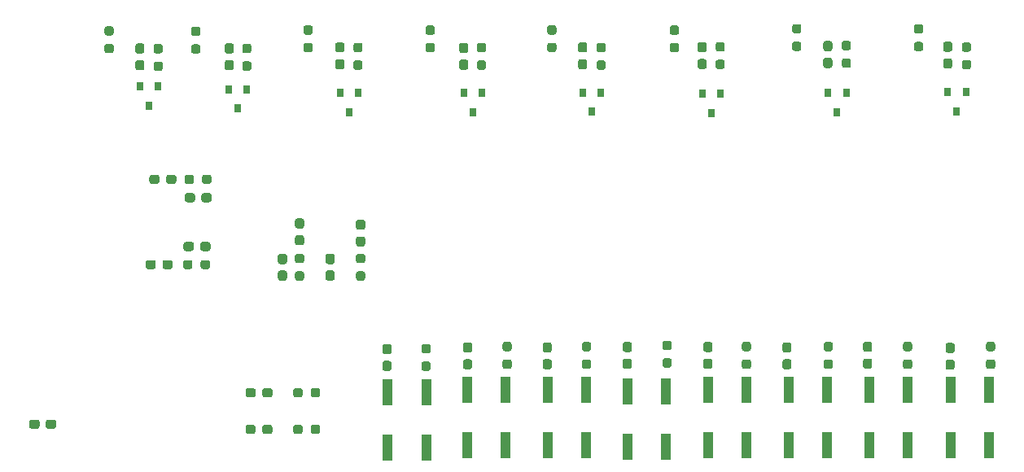
<source format=gbr>
%TF.GenerationSoftware,KiCad,Pcbnew,(5.1.10)-1*%
%TF.CreationDate,2021-12-04T20:09:58-06:00*%
%TF.ProjectId,GimbalBoard_Hardware,47696d62-616c-4426-9f61-72645f486172,rev?*%
%TF.SameCoordinates,Original*%
%TF.FileFunction,Paste,Top*%
%TF.FilePolarity,Positive*%
%FSLAX46Y46*%
G04 Gerber Fmt 4.6, Leading zero omitted, Abs format (unit mm)*
G04 Created by KiCad (PCBNEW (5.1.10)-1) date 2021-12-04 20:09:58*
%MOMM*%
%LPD*%
G01*
G04 APERTURE LIST*
%ADD10R,1.000000X2.750000*%
%ADD11R,0.800000X0.900000*%
G04 APERTURE END LIST*
D10*
%TO.C,SW1*%
X145916400Y-86065720D03*
X145916400Y-91825720D03*
X141916400Y-91825720D03*
X141916400Y-86065720D03*
%TD*%
%TO.C,C5*%
G36*
G01*
X48846100Y-89373700D02*
X48846100Y-89848700D01*
G75*
G02*
X48608600Y-90086200I-237500J0D01*
G01*
X48008600Y-90086200D01*
G75*
G02*
X47771100Y-89848700I0J237500D01*
G01*
X47771100Y-89373700D01*
G75*
G02*
X48008600Y-89136200I237500J0D01*
G01*
X48608600Y-89136200D01*
G75*
G02*
X48846100Y-89373700I0J-237500D01*
G01*
G37*
G36*
G01*
X47121100Y-89373700D02*
X47121100Y-89848700D01*
G75*
G02*
X46883600Y-90086200I-237500J0D01*
G01*
X46283600Y-90086200D01*
G75*
G02*
X46046100Y-89848700I0J237500D01*
G01*
X46046100Y-89373700D01*
G75*
G02*
X46283600Y-89136200I237500J0D01*
G01*
X46883600Y-89136200D01*
G75*
G02*
X47121100Y-89373700I0J-237500D01*
G01*
G37*
%TD*%
%TO.C,SW8*%
X87344000Y-86274000D03*
X87344000Y-92034000D03*
X83344000Y-92034000D03*
X83344000Y-86274000D03*
%TD*%
%TO.C,SW7*%
X95624400Y-86065720D03*
X95624400Y-91825720D03*
X91624400Y-91825720D03*
X91624400Y-86065720D03*
%TD*%
%TO.C,SW6*%
X104006400Y-86065720D03*
X104006400Y-91825720D03*
X100006400Y-91825720D03*
X100006400Y-86065720D03*
%TD*%
%TO.C,SW5*%
X112261400Y-86192720D03*
X112261400Y-91952720D03*
X108261400Y-91952720D03*
X108261400Y-86192720D03*
%TD*%
%TO.C,SW4*%
X116643400Y-86065720D03*
X116643400Y-91825720D03*
X120643400Y-91825720D03*
X120643400Y-86065720D03*
%TD*%
%TO.C,SW3*%
X129025400Y-86065720D03*
X129025400Y-91825720D03*
X125025400Y-91825720D03*
X125025400Y-86065720D03*
%TD*%
%TO.C,SW2*%
X137407400Y-86065720D03*
X137407400Y-91825720D03*
X133407400Y-91825720D03*
X133407400Y-86065720D03*
%TD*%
%TO.C,R32*%
G36*
G01*
X80001100Y-49933400D02*
X80476100Y-49933400D01*
G75*
G02*
X80713600Y-50170900I0J-237500D01*
G01*
X80713600Y-50670900D01*
G75*
G02*
X80476100Y-50908400I-237500J0D01*
G01*
X80001100Y-50908400D01*
G75*
G02*
X79763600Y-50670900I0J237500D01*
G01*
X79763600Y-50170900D01*
G75*
G02*
X80001100Y-49933400I237500J0D01*
G01*
G37*
G36*
G01*
X80001100Y-51758400D02*
X80476100Y-51758400D01*
G75*
G02*
X80713600Y-51995900I0J-237500D01*
G01*
X80713600Y-52495900D01*
G75*
G02*
X80476100Y-52733400I-237500J0D01*
G01*
X80001100Y-52733400D01*
G75*
G02*
X79763600Y-52495900I0J237500D01*
G01*
X79763600Y-51995900D01*
G75*
G02*
X80001100Y-51758400I237500J0D01*
G01*
G37*
%TD*%
%TO.C,R31*%
G36*
G01*
X92853500Y-49933400D02*
X93328500Y-49933400D01*
G75*
G02*
X93566000Y-50170900I0J-237500D01*
G01*
X93566000Y-50670900D01*
G75*
G02*
X93328500Y-50908400I-237500J0D01*
G01*
X92853500Y-50908400D01*
G75*
G02*
X92616000Y-50670900I0J237500D01*
G01*
X92616000Y-50170900D01*
G75*
G02*
X92853500Y-49933400I237500J0D01*
G01*
G37*
G36*
G01*
X92853500Y-51758400D02*
X93328500Y-51758400D01*
G75*
G02*
X93566000Y-51995900I0J-237500D01*
G01*
X93566000Y-52495900D01*
G75*
G02*
X93328500Y-52733400I-237500J0D01*
G01*
X92853500Y-52733400D01*
G75*
G02*
X92616000Y-52495900I0J237500D01*
G01*
X92616000Y-51995900D01*
G75*
G02*
X92853500Y-51758400I237500J0D01*
G01*
G37*
%TD*%
%TO.C,R30*%
G36*
G01*
X105299500Y-49933400D02*
X105774500Y-49933400D01*
G75*
G02*
X106012000Y-50170900I0J-237500D01*
G01*
X106012000Y-50670900D01*
G75*
G02*
X105774500Y-50908400I-237500J0D01*
G01*
X105299500Y-50908400D01*
G75*
G02*
X105062000Y-50670900I0J237500D01*
G01*
X105062000Y-50170900D01*
G75*
G02*
X105299500Y-49933400I237500J0D01*
G01*
G37*
G36*
G01*
X105299500Y-51758400D02*
X105774500Y-51758400D01*
G75*
G02*
X106012000Y-51995900I0J-237500D01*
G01*
X106012000Y-52495900D01*
G75*
G02*
X105774500Y-52733400I-237500J0D01*
G01*
X105299500Y-52733400D01*
G75*
G02*
X105062000Y-52495900I0J237500D01*
G01*
X105062000Y-51995900D01*
G75*
G02*
X105299500Y-51758400I237500J0D01*
G01*
G37*
%TD*%
%TO.C,R29*%
G36*
G01*
X117682000Y-49857200D02*
X118157000Y-49857200D01*
G75*
G02*
X118394500Y-50094700I0J-237500D01*
G01*
X118394500Y-50594700D01*
G75*
G02*
X118157000Y-50832200I-237500J0D01*
G01*
X117682000Y-50832200D01*
G75*
G02*
X117444500Y-50594700I0J237500D01*
G01*
X117444500Y-50094700D01*
G75*
G02*
X117682000Y-49857200I237500J0D01*
G01*
G37*
G36*
G01*
X117682000Y-51682200D02*
X118157000Y-51682200D01*
G75*
G02*
X118394500Y-51919700I0J-237500D01*
G01*
X118394500Y-52419700D01*
G75*
G02*
X118157000Y-52657200I-237500J0D01*
G01*
X117682000Y-52657200D01*
G75*
G02*
X117444500Y-52419700I0J237500D01*
G01*
X117444500Y-51919700D01*
G75*
G02*
X117682000Y-51682200I237500J0D01*
G01*
G37*
%TD*%
%TO.C,R28*%
G36*
G01*
X130801100Y-49730200D02*
X131276100Y-49730200D01*
G75*
G02*
X131513600Y-49967700I0J-237500D01*
G01*
X131513600Y-50467700D01*
G75*
G02*
X131276100Y-50705200I-237500J0D01*
G01*
X130801100Y-50705200D01*
G75*
G02*
X130563600Y-50467700I0J237500D01*
G01*
X130563600Y-49967700D01*
G75*
G02*
X130801100Y-49730200I237500J0D01*
G01*
G37*
G36*
G01*
X130801100Y-51555200D02*
X131276100Y-51555200D01*
G75*
G02*
X131513600Y-51792700I0J-237500D01*
G01*
X131513600Y-52292700D01*
G75*
G02*
X131276100Y-52530200I-237500J0D01*
G01*
X130801100Y-52530200D01*
G75*
G02*
X130563600Y-52292700I0J237500D01*
G01*
X130563600Y-51792700D01*
G75*
G02*
X130801100Y-51555200I237500J0D01*
G01*
G37*
%TD*%
%TO.C,R27*%
G36*
G01*
X143297900Y-49882600D02*
X143772900Y-49882600D01*
G75*
G02*
X144010400Y-50120100I0J-237500D01*
G01*
X144010400Y-50620100D01*
G75*
G02*
X143772900Y-50857600I-237500J0D01*
G01*
X143297900Y-50857600D01*
G75*
G02*
X143060400Y-50620100I0J237500D01*
G01*
X143060400Y-50120100D01*
G75*
G02*
X143297900Y-49882600I237500J0D01*
G01*
G37*
G36*
G01*
X143297900Y-51707600D02*
X143772900Y-51707600D01*
G75*
G02*
X144010400Y-51945100I0J-237500D01*
G01*
X144010400Y-52445100D01*
G75*
G02*
X143772900Y-52682600I-237500J0D01*
G01*
X143297900Y-52682600D01*
G75*
G02*
X143060400Y-52445100I0J237500D01*
G01*
X143060400Y-51945100D01*
G75*
G02*
X143297900Y-51707600I237500J0D01*
G01*
G37*
%TD*%
%TO.C,R26*%
G36*
G01*
X68444100Y-51858100D02*
X68919100Y-51858100D01*
G75*
G02*
X69156600Y-52095600I0J-237500D01*
G01*
X69156600Y-52595600D01*
G75*
G02*
X68919100Y-52833100I-237500J0D01*
G01*
X68444100Y-52833100D01*
G75*
G02*
X68206600Y-52595600I0J237500D01*
G01*
X68206600Y-52095600D01*
G75*
G02*
X68444100Y-51858100I237500J0D01*
G01*
G37*
G36*
G01*
X68444100Y-50033100D02*
X68919100Y-50033100D01*
G75*
G02*
X69156600Y-50270600I0J-237500D01*
G01*
X69156600Y-50770600D01*
G75*
G02*
X68919100Y-51008100I-237500J0D01*
G01*
X68444100Y-51008100D01*
G75*
G02*
X68206600Y-50770600I0J237500D01*
G01*
X68206600Y-50270600D01*
G75*
G02*
X68444100Y-50033100I237500J0D01*
G01*
G37*
%TD*%
%TO.C,R25*%
G36*
G01*
X59223900Y-51874600D02*
X59698900Y-51874600D01*
G75*
G02*
X59936400Y-52112100I0J-237500D01*
G01*
X59936400Y-52612100D01*
G75*
G02*
X59698900Y-52849600I-237500J0D01*
G01*
X59223900Y-52849600D01*
G75*
G02*
X58986400Y-52612100I0J237500D01*
G01*
X58986400Y-52112100D01*
G75*
G02*
X59223900Y-51874600I237500J0D01*
G01*
G37*
G36*
G01*
X59223900Y-50049600D02*
X59698900Y-50049600D01*
G75*
G02*
X59936400Y-50287100I0J-237500D01*
G01*
X59936400Y-50787100D01*
G75*
G02*
X59698900Y-51024600I-237500J0D01*
G01*
X59223900Y-51024600D01*
G75*
G02*
X58986400Y-50787100I0J237500D01*
G01*
X58986400Y-50287100D01*
G75*
G02*
X59223900Y-50049600I237500J0D01*
G01*
G37*
%TD*%
%TO.C,R24*%
G36*
G01*
X74819500Y-48106500D02*
X75294500Y-48106500D01*
G75*
G02*
X75532000Y-48344000I0J-237500D01*
G01*
X75532000Y-48844000D01*
G75*
G02*
X75294500Y-49081500I-237500J0D01*
G01*
X74819500Y-49081500D01*
G75*
G02*
X74582000Y-48844000I0J237500D01*
G01*
X74582000Y-48344000D01*
G75*
G02*
X74819500Y-48106500I237500J0D01*
G01*
G37*
G36*
G01*
X74819500Y-49931500D02*
X75294500Y-49931500D01*
G75*
G02*
X75532000Y-50169000I0J-237500D01*
G01*
X75532000Y-50669000D01*
G75*
G02*
X75294500Y-50906500I-237500J0D01*
G01*
X74819500Y-50906500D01*
G75*
G02*
X74582000Y-50669000I0J237500D01*
G01*
X74582000Y-50169000D01*
G75*
G02*
X74819500Y-49931500I237500J0D01*
G01*
G37*
%TD*%
%TO.C,R23*%
G36*
G01*
X87519500Y-48130000D02*
X87994500Y-48130000D01*
G75*
G02*
X88232000Y-48367500I0J-237500D01*
G01*
X88232000Y-48867500D01*
G75*
G02*
X87994500Y-49105000I-237500J0D01*
G01*
X87519500Y-49105000D01*
G75*
G02*
X87282000Y-48867500I0J237500D01*
G01*
X87282000Y-48367500D01*
G75*
G02*
X87519500Y-48130000I237500J0D01*
G01*
G37*
G36*
G01*
X87519500Y-49955000D02*
X87994500Y-49955000D01*
G75*
G02*
X88232000Y-50192500I0J-237500D01*
G01*
X88232000Y-50692500D01*
G75*
G02*
X87994500Y-50930000I-237500J0D01*
G01*
X87519500Y-50930000D01*
G75*
G02*
X87282000Y-50692500I0J237500D01*
G01*
X87282000Y-50192500D01*
G75*
G02*
X87519500Y-49955000I237500J0D01*
G01*
G37*
%TD*%
%TO.C,R22*%
G36*
G01*
X100168700Y-49929600D02*
X100643700Y-49929600D01*
G75*
G02*
X100881200Y-50167100I0J-237500D01*
G01*
X100881200Y-50667100D01*
G75*
G02*
X100643700Y-50904600I-237500J0D01*
G01*
X100168700Y-50904600D01*
G75*
G02*
X99931200Y-50667100I0J237500D01*
G01*
X99931200Y-50167100D01*
G75*
G02*
X100168700Y-49929600I237500J0D01*
G01*
G37*
G36*
G01*
X100168700Y-48104600D02*
X100643700Y-48104600D01*
G75*
G02*
X100881200Y-48342100I0J-237500D01*
G01*
X100881200Y-48842100D01*
G75*
G02*
X100643700Y-49079600I-237500J0D01*
G01*
X100168700Y-49079600D01*
G75*
G02*
X99931200Y-48842100I0J237500D01*
G01*
X99931200Y-48342100D01*
G75*
G02*
X100168700Y-48104600I237500J0D01*
G01*
G37*
%TD*%
%TO.C,R21*%
G36*
G01*
X112919500Y-48130000D02*
X113394500Y-48130000D01*
G75*
G02*
X113632000Y-48367500I0J-237500D01*
G01*
X113632000Y-48867500D01*
G75*
G02*
X113394500Y-49105000I-237500J0D01*
G01*
X112919500Y-49105000D01*
G75*
G02*
X112682000Y-48867500I0J237500D01*
G01*
X112682000Y-48367500D01*
G75*
G02*
X112919500Y-48130000I237500J0D01*
G01*
G37*
G36*
G01*
X112919500Y-49955000D02*
X113394500Y-49955000D01*
G75*
G02*
X113632000Y-50192500I0J-237500D01*
G01*
X113632000Y-50692500D01*
G75*
G02*
X113394500Y-50930000I-237500J0D01*
G01*
X112919500Y-50930000D01*
G75*
G02*
X112682000Y-50692500I0J237500D01*
G01*
X112682000Y-50192500D01*
G75*
G02*
X112919500Y-49955000I237500J0D01*
G01*
G37*
%TD*%
%TO.C,R20*%
G36*
G01*
X125644900Y-47977600D02*
X126119900Y-47977600D01*
G75*
G02*
X126357400Y-48215100I0J-237500D01*
G01*
X126357400Y-48715100D01*
G75*
G02*
X126119900Y-48952600I-237500J0D01*
G01*
X125644900Y-48952600D01*
G75*
G02*
X125407400Y-48715100I0J237500D01*
G01*
X125407400Y-48215100D01*
G75*
G02*
X125644900Y-47977600I237500J0D01*
G01*
G37*
G36*
G01*
X125644900Y-49802600D02*
X126119900Y-49802600D01*
G75*
G02*
X126357400Y-50040100I0J-237500D01*
G01*
X126357400Y-50540100D01*
G75*
G02*
X126119900Y-50777600I-237500J0D01*
G01*
X125644900Y-50777600D01*
G75*
G02*
X125407400Y-50540100I0J237500D01*
G01*
X125407400Y-50040100D01*
G75*
G02*
X125644900Y-49802600I237500J0D01*
G01*
G37*
%TD*%
%TO.C,R19*%
G36*
G01*
X138319500Y-48003000D02*
X138794500Y-48003000D01*
G75*
G02*
X139032000Y-48240500I0J-237500D01*
G01*
X139032000Y-48740500D01*
G75*
G02*
X138794500Y-48978000I-237500J0D01*
G01*
X138319500Y-48978000D01*
G75*
G02*
X138082000Y-48740500I0J237500D01*
G01*
X138082000Y-48240500D01*
G75*
G02*
X138319500Y-48003000I237500J0D01*
G01*
G37*
G36*
G01*
X138319500Y-49828000D02*
X138794500Y-49828000D01*
G75*
G02*
X139032000Y-50065500I0J-237500D01*
G01*
X139032000Y-50565500D01*
G75*
G02*
X138794500Y-50803000I-237500J0D01*
G01*
X138319500Y-50803000D01*
G75*
G02*
X138082000Y-50565500I0J237500D01*
G01*
X138082000Y-50065500D01*
G75*
G02*
X138319500Y-49828000I237500J0D01*
G01*
G37*
%TD*%
%TO.C,R18*%
G36*
G01*
X63135500Y-50082000D02*
X63610500Y-50082000D01*
G75*
G02*
X63848000Y-50319500I0J-237500D01*
G01*
X63848000Y-50819500D01*
G75*
G02*
X63610500Y-51057000I-237500J0D01*
G01*
X63135500Y-51057000D01*
G75*
G02*
X62898000Y-50819500I0J237500D01*
G01*
X62898000Y-50319500D01*
G75*
G02*
X63135500Y-50082000I237500J0D01*
G01*
G37*
G36*
G01*
X63135500Y-48257000D02*
X63610500Y-48257000D01*
G75*
G02*
X63848000Y-48494500I0J-237500D01*
G01*
X63848000Y-48994500D01*
G75*
G02*
X63610500Y-49232000I-237500J0D01*
G01*
X63135500Y-49232000D01*
G75*
G02*
X62898000Y-48994500I0J237500D01*
G01*
X62898000Y-48494500D01*
G75*
G02*
X63135500Y-48257000I237500J0D01*
G01*
G37*
%TD*%
%TO.C,R17*%
G36*
G01*
X54118500Y-50029300D02*
X54593500Y-50029300D01*
G75*
G02*
X54831000Y-50266800I0J-237500D01*
G01*
X54831000Y-50766800D01*
G75*
G02*
X54593500Y-51004300I-237500J0D01*
G01*
X54118500Y-51004300D01*
G75*
G02*
X53881000Y-50766800I0J237500D01*
G01*
X53881000Y-50266800D01*
G75*
G02*
X54118500Y-50029300I237500J0D01*
G01*
G37*
G36*
G01*
X54118500Y-48204300D02*
X54593500Y-48204300D01*
G75*
G02*
X54831000Y-48441800I0J-237500D01*
G01*
X54831000Y-48941800D01*
G75*
G02*
X54593500Y-49179300I-237500J0D01*
G01*
X54118500Y-49179300D01*
G75*
G02*
X53881000Y-48941800I0J237500D01*
G01*
X53881000Y-48441800D01*
G75*
G02*
X54118500Y-48204300I237500J0D01*
G01*
G37*
%TD*%
%TO.C,R16*%
G36*
G01*
X73504600Y-90382100D02*
X73504600Y-89907100D01*
G75*
G02*
X73742100Y-89669600I237500J0D01*
G01*
X74242100Y-89669600D01*
G75*
G02*
X74479600Y-89907100I0J-237500D01*
G01*
X74479600Y-90382100D01*
G75*
G02*
X74242100Y-90619600I-237500J0D01*
G01*
X73742100Y-90619600D01*
G75*
G02*
X73504600Y-90382100I0J237500D01*
G01*
G37*
G36*
G01*
X75329600Y-90382100D02*
X75329600Y-89907100D01*
G75*
G02*
X75567100Y-89669600I237500J0D01*
G01*
X76067100Y-89669600D01*
G75*
G02*
X76304600Y-89907100I0J-237500D01*
G01*
X76304600Y-90382100D01*
G75*
G02*
X76067100Y-90619600I-237500J0D01*
G01*
X75567100Y-90619600D01*
G75*
G02*
X75329600Y-90382100I0J237500D01*
G01*
G37*
%TD*%
%TO.C,R15*%
G36*
G01*
X73504600Y-86572100D02*
X73504600Y-86097100D01*
G75*
G02*
X73742100Y-85859600I237500J0D01*
G01*
X74242100Y-85859600D01*
G75*
G02*
X74479600Y-86097100I0J-237500D01*
G01*
X74479600Y-86572100D01*
G75*
G02*
X74242100Y-86809600I-237500J0D01*
G01*
X73742100Y-86809600D01*
G75*
G02*
X73504600Y-86572100I0J237500D01*
G01*
G37*
G36*
G01*
X75329600Y-86572100D02*
X75329600Y-86097100D01*
G75*
G02*
X75567100Y-85859600I237500J0D01*
G01*
X76067100Y-85859600D01*
G75*
G02*
X76304600Y-86097100I0J-237500D01*
G01*
X76304600Y-86572100D01*
G75*
G02*
X76067100Y-86809600I-237500J0D01*
G01*
X75567100Y-86809600D01*
G75*
G02*
X75329600Y-86572100I0J237500D01*
G01*
G37*
%TD*%
%TO.C,R13*%
G36*
G01*
X87562700Y-84051600D02*
X87087700Y-84051600D01*
G75*
G02*
X86850200Y-83814100I0J237500D01*
G01*
X86850200Y-83314100D01*
G75*
G02*
X87087700Y-83076600I237500J0D01*
G01*
X87562700Y-83076600D01*
G75*
G02*
X87800200Y-83314100I0J-237500D01*
G01*
X87800200Y-83814100D01*
G75*
G02*
X87562700Y-84051600I-237500J0D01*
G01*
G37*
G36*
G01*
X87562700Y-82226600D02*
X87087700Y-82226600D01*
G75*
G02*
X86850200Y-81989100I0J237500D01*
G01*
X86850200Y-81489100D01*
G75*
G02*
X87087700Y-81251600I237500J0D01*
G01*
X87562700Y-81251600D01*
G75*
G02*
X87800200Y-81489100I0J-237500D01*
G01*
X87800200Y-81989100D01*
G75*
G02*
X87562700Y-82226600I-237500J0D01*
G01*
G37*
%TD*%
%TO.C,R12*%
G36*
G01*
X95995500Y-82021500D02*
X95520500Y-82021500D01*
G75*
G02*
X95283000Y-81784000I0J237500D01*
G01*
X95283000Y-81284000D01*
G75*
G02*
X95520500Y-81046500I237500J0D01*
G01*
X95995500Y-81046500D01*
G75*
G02*
X96233000Y-81284000I0J-237500D01*
G01*
X96233000Y-81784000D01*
G75*
G02*
X95995500Y-82021500I-237500J0D01*
G01*
G37*
G36*
G01*
X95995500Y-83846500D02*
X95520500Y-83846500D01*
G75*
G02*
X95283000Y-83609000I0J237500D01*
G01*
X95283000Y-83109000D01*
G75*
G02*
X95520500Y-82871500I237500J0D01*
G01*
X95995500Y-82871500D01*
G75*
G02*
X96233000Y-83109000I0J-237500D01*
G01*
X96233000Y-83609000D01*
G75*
G02*
X95995500Y-83846500I-237500J0D01*
G01*
G37*
%TD*%
%TO.C,R11*%
G36*
G01*
X104250500Y-82021500D02*
X103775500Y-82021500D01*
G75*
G02*
X103538000Y-81784000I0J237500D01*
G01*
X103538000Y-81284000D01*
G75*
G02*
X103775500Y-81046500I237500J0D01*
G01*
X104250500Y-81046500D01*
G75*
G02*
X104488000Y-81284000I0J-237500D01*
G01*
X104488000Y-81784000D01*
G75*
G02*
X104250500Y-82021500I-237500J0D01*
G01*
G37*
G36*
G01*
X104250500Y-83846500D02*
X103775500Y-83846500D01*
G75*
G02*
X103538000Y-83609000I0J237500D01*
G01*
X103538000Y-83109000D01*
G75*
G02*
X103775500Y-82871500I237500J0D01*
G01*
X104250500Y-82871500D01*
G75*
G02*
X104488000Y-83109000I0J-237500D01*
G01*
X104488000Y-83609000D01*
G75*
G02*
X104250500Y-83846500I-237500J0D01*
G01*
G37*
%TD*%
%TO.C,R10*%
G36*
G01*
X112632500Y-81894500D02*
X112157500Y-81894500D01*
G75*
G02*
X111920000Y-81657000I0J237500D01*
G01*
X111920000Y-81157000D01*
G75*
G02*
X112157500Y-80919500I237500J0D01*
G01*
X112632500Y-80919500D01*
G75*
G02*
X112870000Y-81157000I0J-237500D01*
G01*
X112870000Y-81657000D01*
G75*
G02*
X112632500Y-81894500I-237500J0D01*
G01*
G37*
G36*
G01*
X112632500Y-83719500D02*
X112157500Y-83719500D01*
G75*
G02*
X111920000Y-83482000I0J237500D01*
G01*
X111920000Y-82982000D01*
G75*
G02*
X112157500Y-82744500I237500J0D01*
G01*
X112632500Y-82744500D01*
G75*
G02*
X112870000Y-82982000I0J-237500D01*
G01*
X112870000Y-83482000D01*
G75*
G02*
X112632500Y-83719500I-237500J0D01*
G01*
G37*
%TD*%
%TO.C,R9*%
G36*
G01*
X120887500Y-83846500D02*
X120412500Y-83846500D01*
G75*
G02*
X120175000Y-83609000I0J237500D01*
G01*
X120175000Y-83109000D01*
G75*
G02*
X120412500Y-82871500I237500J0D01*
G01*
X120887500Y-82871500D01*
G75*
G02*
X121125000Y-83109000I0J-237500D01*
G01*
X121125000Y-83609000D01*
G75*
G02*
X120887500Y-83846500I-237500J0D01*
G01*
G37*
G36*
G01*
X120887500Y-82021500D02*
X120412500Y-82021500D01*
G75*
G02*
X120175000Y-81784000I0J237500D01*
G01*
X120175000Y-81284000D01*
G75*
G02*
X120412500Y-81046500I237500J0D01*
G01*
X120887500Y-81046500D01*
G75*
G02*
X121125000Y-81284000I0J-237500D01*
G01*
X121125000Y-81784000D01*
G75*
G02*
X120887500Y-82021500I-237500J0D01*
G01*
G37*
%TD*%
%TO.C,R8*%
G36*
G01*
X129396500Y-82021500D02*
X128921500Y-82021500D01*
G75*
G02*
X128684000Y-81784000I0J237500D01*
G01*
X128684000Y-81284000D01*
G75*
G02*
X128921500Y-81046500I237500J0D01*
G01*
X129396500Y-81046500D01*
G75*
G02*
X129634000Y-81284000I0J-237500D01*
G01*
X129634000Y-81784000D01*
G75*
G02*
X129396500Y-82021500I-237500J0D01*
G01*
G37*
G36*
G01*
X129396500Y-83846500D02*
X128921500Y-83846500D01*
G75*
G02*
X128684000Y-83609000I0J237500D01*
G01*
X128684000Y-83109000D01*
G75*
G02*
X128921500Y-82871500I237500J0D01*
G01*
X129396500Y-82871500D01*
G75*
G02*
X129634000Y-83109000I0J-237500D01*
G01*
X129634000Y-83609000D01*
G75*
G02*
X129396500Y-83846500I-237500J0D01*
G01*
G37*
%TD*%
%TO.C,R7*%
G36*
G01*
X137651500Y-82021500D02*
X137176500Y-82021500D01*
G75*
G02*
X136939000Y-81784000I0J237500D01*
G01*
X136939000Y-81284000D01*
G75*
G02*
X137176500Y-81046500I237500J0D01*
G01*
X137651500Y-81046500D01*
G75*
G02*
X137889000Y-81284000I0J-237500D01*
G01*
X137889000Y-81784000D01*
G75*
G02*
X137651500Y-82021500I-237500J0D01*
G01*
G37*
G36*
G01*
X137651500Y-83846500D02*
X137176500Y-83846500D01*
G75*
G02*
X136939000Y-83609000I0J237500D01*
G01*
X136939000Y-83109000D01*
G75*
G02*
X137176500Y-82871500I237500J0D01*
G01*
X137651500Y-82871500D01*
G75*
G02*
X137889000Y-83109000I0J-237500D01*
G01*
X137889000Y-83609000D01*
G75*
G02*
X137651500Y-83846500I-237500J0D01*
G01*
G37*
%TD*%
%TO.C,R6*%
G36*
G01*
X146287500Y-82021500D02*
X145812500Y-82021500D01*
G75*
G02*
X145575000Y-81784000I0J237500D01*
G01*
X145575000Y-81284000D01*
G75*
G02*
X145812500Y-81046500I237500J0D01*
G01*
X146287500Y-81046500D01*
G75*
G02*
X146525000Y-81284000I0J-237500D01*
G01*
X146525000Y-81784000D01*
G75*
G02*
X146287500Y-82021500I-237500J0D01*
G01*
G37*
G36*
G01*
X146287500Y-83846500D02*
X145812500Y-83846500D01*
G75*
G02*
X145575000Y-83609000I0J237500D01*
G01*
X145575000Y-83109000D01*
G75*
G02*
X145812500Y-82871500I237500J0D01*
G01*
X146287500Y-82871500D01*
G75*
G02*
X146525000Y-83109000I0J-237500D01*
G01*
X146525000Y-83609000D01*
G75*
G02*
X146287500Y-83846500I-237500J0D01*
G01*
G37*
%TD*%
%TO.C,R5*%
G36*
G01*
X73930500Y-73704000D02*
X74405500Y-73704000D01*
G75*
G02*
X74643000Y-73941500I0J-237500D01*
G01*
X74643000Y-74441500D01*
G75*
G02*
X74405500Y-74679000I-237500J0D01*
G01*
X73930500Y-74679000D01*
G75*
G02*
X73693000Y-74441500I0J237500D01*
G01*
X73693000Y-73941500D01*
G75*
G02*
X73930500Y-73704000I237500J0D01*
G01*
G37*
G36*
G01*
X73930500Y-71879000D02*
X74405500Y-71879000D01*
G75*
G02*
X74643000Y-72116500I0J-237500D01*
G01*
X74643000Y-72616500D01*
G75*
G02*
X74405500Y-72854000I-237500J0D01*
G01*
X73930500Y-72854000D01*
G75*
G02*
X73693000Y-72616500I0J237500D01*
G01*
X73693000Y-72116500D01*
G75*
G02*
X73930500Y-71879000I237500J0D01*
G01*
G37*
%TD*%
%TO.C,R3*%
G36*
G01*
X64028500Y-64372500D02*
X64028500Y-63897500D01*
G75*
G02*
X64266000Y-63660000I237500J0D01*
G01*
X64766000Y-63660000D01*
G75*
G02*
X65003500Y-63897500I0J-237500D01*
G01*
X65003500Y-64372500D01*
G75*
G02*
X64766000Y-64610000I-237500J0D01*
G01*
X64266000Y-64610000D01*
G75*
G02*
X64028500Y-64372500I0J237500D01*
G01*
G37*
G36*
G01*
X62203500Y-64372500D02*
X62203500Y-63897500D01*
G75*
G02*
X62441000Y-63660000I237500J0D01*
G01*
X62941000Y-63660000D01*
G75*
G02*
X63178500Y-63897500I0J-237500D01*
G01*
X63178500Y-64372500D01*
G75*
G02*
X62941000Y-64610000I-237500J0D01*
G01*
X62441000Y-64610000D01*
G75*
G02*
X62203500Y-64372500I0J237500D01*
G01*
G37*
%TD*%
%TO.C,R2*%
G36*
G01*
X80280500Y-73704000D02*
X80755500Y-73704000D01*
G75*
G02*
X80993000Y-73941500I0J-237500D01*
G01*
X80993000Y-74441500D01*
G75*
G02*
X80755500Y-74679000I-237500J0D01*
G01*
X80280500Y-74679000D01*
G75*
G02*
X80043000Y-74441500I0J237500D01*
G01*
X80043000Y-73941500D01*
G75*
G02*
X80280500Y-73704000I237500J0D01*
G01*
G37*
G36*
G01*
X80280500Y-71879000D02*
X80755500Y-71879000D01*
G75*
G02*
X80993000Y-72116500I0J-237500D01*
G01*
X80993000Y-72616500D01*
G75*
G02*
X80755500Y-72854000I-237500J0D01*
G01*
X80280500Y-72854000D01*
G75*
G02*
X80043000Y-72616500I0J237500D01*
G01*
X80043000Y-72116500D01*
G75*
G02*
X80280500Y-71879000I237500J0D01*
G01*
G37*
%TD*%
%TO.C,R1*%
G36*
G01*
X63872300Y-73237100D02*
X63872300Y-72762100D01*
G75*
G02*
X64109800Y-72524600I237500J0D01*
G01*
X64609800Y-72524600D01*
G75*
G02*
X64847300Y-72762100I0J-237500D01*
G01*
X64847300Y-73237100D01*
G75*
G02*
X64609800Y-73474600I-237500J0D01*
G01*
X64109800Y-73474600D01*
G75*
G02*
X63872300Y-73237100I0J237500D01*
G01*
G37*
G36*
G01*
X62047300Y-73237100D02*
X62047300Y-72762100D01*
G75*
G02*
X62284800Y-72524600I237500J0D01*
G01*
X62784800Y-72524600D01*
G75*
G02*
X63022300Y-72762100I0J-237500D01*
G01*
X63022300Y-73237100D01*
G75*
G02*
X62784800Y-73474600I-237500J0D01*
G01*
X62284800Y-73474600D01*
G75*
G02*
X62047300Y-73237100I0J237500D01*
G01*
G37*
%TD*%
D11*
%TO.C,Q8*%
X80261500Y-55159400D03*
X78361500Y-55159400D03*
X79311500Y-57159400D03*
%TD*%
%TO.C,Q7*%
X93126600Y-55159400D03*
X91226600Y-55159400D03*
X92176600Y-57159400D03*
%TD*%
%TO.C,Q6*%
X105521800Y-55108600D03*
X103621800Y-55108600D03*
X104571800Y-57108600D03*
%TD*%
%TO.C,Q5*%
X117967800Y-55210200D03*
X116067800Y-55210200D03*
X117017800Y-57210200D03*
%TD*%
%TO.C,Q4*%
X131023400Y-55159400D03*
X129123400Y-55159400D03*
X130073400Y-57159400D03*
%TD*%
%TO.C,Q3*%
X143469400Y-55057800D03*
X141569400Y-55057800D03*
X142519400Y-57057800D03*
%TD*%
%TO.C,Q2*%
X67741800Y-56753000D03*
X66791800Y-54753000D03*
X68691800Y-54753000D03*
%TD*%
%TO.C,Q1*%
X58511400Y-56483000D03*
X57561400Y-54483000D03*
X59461400Y-54483000D03*
%TD*%
%TO.C,D24*%
G36*
G01*
X78596500Y-52682600D02*
X78121500Y-52682600D01*
G75*
G02*
X77884000Y-52445100I0J237500D01*
G01*
X77884000Y-51870100D01*
G75*
G02*
X78121500Y-51632600I237500J0D01*
G01*
X78596500Y-51632600D01*
G75*
G02*
X78834000Y-51870100I0J-237500D01*
G01*
X78834000Y-52445100D01*
G75*
G02*
X78596500Y-52682600I-237500J0D01*
G01*
G37*
G36*
G01*
X78596500Y-50932600D02*
X78121500Y-50932600D01*
G75*
G02*
X77884000Y-50695100I0J237500D01*
G01*
X77884000Y-50120100D01*
G75*
G02*
X78121500Y-49882600I237500J0D01*
G01*
X78596500Y-49882600D01*
G75*
G02*
X78834000Y-50120100I0J-237500D01*
G01*
X78834000Y-50695100D01*
G75*
G02*
X78596500Y-50932600I-237500J0D01*
G01*
G37*
%TD*%
%TO.C,D23*%
G36*
G01*
X91474300Y-52733400D02*
X90999300Y-52733400D01*
G75*
G02*
X90761800Y-52495900I0J237500D01*
G01*
X90761800Y-51920900D01*
G75*
G02*
X90999300Y-51683400I237500J0D01*
G01*
X91474300Y-51683400D01*
G75*
G02*
X91711800Y-51920900I0J-237500D01*
G01*
X91711800Y-52495900D01*
G75*
G02*
X91474300Y-52733400I-237500J0D01*
G01*
G37*
G36*
G01*
X91474300Y-50983400D02*
X90999300Y-50983400D01*
G75*
G02*
X90761800Y-50745900I0J237500D01*
G01*
X90761800Y-50170900D01*
G75*
G02*
X90999300Y-49933400I237500J0D01*
G01*
X91474300Y-49933400D01*
G75*
G02*
X91711800Y-50170900I0J-237500D01*
G01*
X91711800Y-50745900D01*
G75*
G02*
X91474300Y-50983400I-237500J0D01*
G01*
G37*
%TD*%
%TO.C,D22*%
G36*
G01*
X103844100Y-52682600D02*
X103369100Y-52682600D01*
G75*
G02*
X103131600Y-52445100I0J237500D01*
G01*
X103131600Y-51870100D01*
G75*
G02*
X103369100Y-51632600I237500J0D01*
G01*
X103844100Y-51632600D01*
G75*
G02*
X104081600Y-51870100I0J-237500D01*
G01*
X104081600Y-52445100D01*
G75*
G02*
X103844100Y-52682600I-237500J0D01*
G01*
G37*
G36*
G01*
X103844100Y-50932600D02*
X103369100Y-50932600D01*
G75*
G02*
X103131600Y-50695100I0J237500D01*
G01*
X103131600Y-50120100D01*
G75*
G02*
X103369100Y-49882600I237500J0D01*
G01*
X103844100Y-49882600D01*
G75*
G02*
X104081600Y-50120100I0J-237500D01*
G01*
X104081600Y-50695100D01*
G75*
G02*
X103844100Y-50932600I-237500J0D01*
G01*
G37*
%TD*%
%TO.C,D21*%
G36*
G01*
X116277400Y-52657200D02*
X115802400Y-52657200D01*
G75*
G02*
X115564900Y-52419700I0J237500D01*
G01*
X115564900Y-51844700D01*
G75*
G02*
X115802400Y-51607200I237500J0D01*
G01*
X116277400Y-51607200D01*
G75*
G02*
X116514900Y-51844700I0J-237500D01*
G01*
X116514900Y-52419700D01*
G75*
G02*
X116277400Y-52657200I-237500J0D01*
G01*
G37*
G36*
G01*
X116277400Y-50907200D02*
X115802400Y-50907200D01*
G75*
G02*
X115564900Y-50669700I0J237500D01*
G01*
X115564900Y-50094700D01*
G75*
G02*
X115802400Y-49857200I237500J0D01*
G01*
X116277400Y-49857200D01*
G75*
G02*
X116514900Y-50094700I0J-237500D01*
G01*
X116514900Y-50669700D01*
G75*
G02*
X116277400Y-50907200I-237500J0D01*
G01*
G37*
%TD*%
%TO.C,D20*%
G36*
G01*
X129345700Y-52542900D02*
X128870700Y-52542900D01*
G75*
G02*
X128633200Y-52305400I0J237500D01*
G01*
X128633200Y-51730400D01*
G75*
G02*
X128870700Y-51492900I237500J0D01*
G01*
X129345700Y-51492900D01*
G75*
G02*
X129583200Y-51730400I0J-237500D01*
G01*
X129583200Y-52305400D01*
G75*
G02*
X129345700Y-52542900I-237500J0D01*
G01*
G37*
G36*
G01*
X129345700Y-50792900D02*
X128870700Y-50792900D01*
G75*
G02*
X128633200Y-50555400I0J237500D01*
G01*
X128633200Y-49980400D01*
G75*
G02*
X128870700Y-49742900I237500J0D01*
G01*
X129345700Y-49742900D01*
G75*
G02*
X129583200Y-49980400I0J-237500D01*
G01*
X129583200Y-50555400D01*
G75*
G02*
X129345700Y-50792900I-237500J0D01*
G01*
G37*
%TD*%
%TO.C,D19*%
G36*
G01*
X141817100Y-50856400D02*
X141342100Y-50856400D01*
G75*
G02*
X141104600Y-50618900I0J237500D01*
G01*
X141104600Y-50043900D01*
G75*
G02*
X141342100Y-49806400I237500J0D01*
G01*
X141817100Y-49806400D01*
G75*
G02*
X142054600Y-50043900I0J-237500D01*
G01*
X142054600Y-50618900D01*
G75*
G02*
X141817100Y-50856400I-237500J0D01*
G01*
G37*
G36*
G01*
X141817100Y-52606400D02*
X141342100Y-52606400D01*
G75*
G02*
X141104600Y-52368900I0J237500D01*
G01*
X141104600Y-51793900D01*
G75*
G02*
X141342100Y-51556400I237500J0D01*
G01*
X141817100Y-51556400D01*
G75*
G02*
X142054600Y-51793900I0J-237500D01*
G01*
X142054600Y-52368900D01*
G75*
G02*
X141817100Y-52606400I-237500J0D01*
G01*
G37*
%TD*%
%TO.C,D18*%
G36*
G01*
X67090300Y-51034200D02*
X66615300Y-51034200D01*
G75*
G02*
X66377800Y-50796700I0J237500D01*
G01*
X66377800Y-50221700D01*
G75*
G02*
X66615300Y-49984200I237500J0D01*
G01*
X67090300Y-49984200D01*
G75*
G02*
X67327800Y-50221700I0J-237500D01*
G01*
X67327800Y-50796700D01*
G75*
G02*
X67090300Y-51034200I-237500J0D01*
G01*
G37*
G36*
G01*
X67090300Y-52784200D02*
X66615300Y-52784200D01*
G75*
G02*
X66377800Y-52546700I0J237500D01*
G01*
X66377800Y-51971700D01*
G75*
G02*
X66615300Y-51734200I237500J0D01*
G01*
X67090300Y-51734200D01*
G75*
G02*
X67327800Y-51971700I0J-237500D01*
G01*
X67327800Y-52546700D01*
G75*
G02*
X67090300Y-52784200I-237500J0D01*
G01*
G37*
%TD*%
%TO.C,D17*%
G36*
G01*
X57793900Y-51045600D02*
X57318900Y-51045600D01*
G75*
G02*
X57081400Y-50808100I0J237500D01*
G01*
X57081400Y-50233100D01*
G75*
G02*
X57318900Y-49995600I237500J0D01*
G01*
X57793900Y-49995600D01*
G75*
G02*
X58031400Y-50233100I0J-237500D01*
G01*
X58031400Y-50808100D01*
G75*
G02*
X57793900Y-51045600I-237500J0D01*
G01*
G37*
G36*
G01*
X57793900Y-52795600D02*
X57318900Y-52795600D01*
G75*
G02*
X57081400Y-52558100I0J237500D01*
G01*
X57081400Y-51983100D01*
G75*
G02*
X57318900Y-51745600I237500J0D01*
G01*
X57793900Y-51745600D01*
G75*
G02*
X58031400Y-51983100I0J-237500D01*
G01*
X58031400Y-52558100D01*
G75*
G02*
X57793900Y-52795600I-237500J0D01*
G01*
G37*
%TD*%
%TO.C,D16*%
G36*
G01*
X68537600Y-90382100D02*
X68537600Y-89907100D01*
G75*
G02*
X68775100Y-89669600I237500J0D01*
G01*
X69350100Y-89669600D01*
G75*
G02*
X69587600Y-89907100I0J-237500D01*
G01*
X69587600Y-90382100D01*
G75*
G02*
X69350100Y-90619600I-237500J0D01*
G01*
X68775100Y-90619600D01*
G75*
G02*
X68537600Y-90382100I0J237500D01*
G01*
G37*
G36*
G01*
X70287600Y-90382100D02*
X70287600Y-89907100D01*
G75*
G02*
X70525100Y-89669600I237500J0D01*
G01*
X71100100Y-89669600D01*
G75*
G02*
X71337600Y-89907100I0J-237500D01*
G01*
X71337600Y-90382100D01*
G75*
G02*
X71100100Y-90619600I-237500J0D01*
G01*
X70525100Y-90619600D01*
G75*
G02*
X70287600Y-90382100I0J237500D01*
G01*
G37*
%TD*%
%TO.C,D15*%
G36*
G01*
X68551600Y-86572100D02*
X68551600Y-86097100D01*
G75*
G02*
X68789100Y-85859600I237500J0D01*
G01*
X69364100Y-85859600D01*
G75*
G02*
X69601600Y-86097100I0J-237500D01*
G01*
X69601600Y-86572100D01*
G75*
G02*
X69364100Y-86809600I-237500J0D01*
G01*
X68789100Y-86809600D01*
G75*
G02*
X68551600Y-86572100I0J237500D01*
G01*
G37*
G36*
G01*
X70301600Y-86572100D02*
X70301600Y-86097100D01*
G75*
G02*
X70539100Y-85859600I237500J0D01*
G01*
X71114100Y-85859600D01*
G75*
G02*
X71351600Y-86097100I0J-237500D01*
G01*
X71351600Y-86572100D01*
G75*
G02*
X71114100Y-86809600I-237500J0D01*
G01*
X70539100Y-86809600D01*
G75*
G02*
X70301600Y-86572100I0J237500D01*
G01*
G37*
%TD*%
%TO.C,D13*%
G36*
G01*
X83023700Y-81265600D02*
X83498700Y-81265600D01*
G75*
G02*
X83736200Y-81503100I0J-237500D01*
G01*
X83736200Y-82078100D01*
G75*
G02*
X83498700Y-82315600I-237500J0D01*
G01*
X83023700Y-82315600D01*
G75*
G02*
X82786200Y-82078100I0J237500D01*
G01*
X82786200Y-81503100D01*
G75*
G02*
X83023700Y-81265600I237500J0D01*
G01*
G37*
G36*
G01*
X83023700Y-83015600D02*
X83498700Y-83015600D01*
G75*
G02*
X83736200Y-83253100I0J-237500D01*
G01*
X83736200Y-83828100D01*
G75*
G02*
X83498700Y-84065600I-237500J0D01*
G01*
X83023700Y-84065600D01*
G75*
G02*
X82786200Y-83828100I0J237500D01*
G01*
X82786200Y-83253100D01*
G75*
G02*
X83023700Y-83015600I237500J0D01*
G01*
G37*
%TD*%
%TO.C,D12*%
G36*
G01*
X91405700Y-82849200D02*
X91880700Y-82849200D01*
G75*
G02*
X92118200Y-83086700I0J-237500D01*
G01*
X92118200Y-83661700D01*
G75*
G02*
X91880700Y-83899200I-237500J0D01*
G01*
X91405700Y-83899200D01*
G75*
G02*
X91168200Y-83661700I0J237500D01*
G01*
X91168200Y-83086700D01*
G75*
G02*
X91405700Y-82849200I237500J0D01*
G01*
G37*
G36*
G01*
X91405700Y-81099200D02*
X91880700Y-81099200D01*
G75*
G02*
X92118200Y-81336700I0J-237500D01*
G01*
X92118200Y-81911700D01*
G75*
G02*
X91880700Y-82149200I-237500J0D01*
G01*
X91405700Y-82149200D01*
G75*
G02*
X91168200Y-81911700I0J237500D01*
G01*
X91168200Y-81336700D01*
G75*
G02*
X91405700Y-81099200I237500J0D01*
G01*
G37*
%TD*%
%TO.C,D11*%
G36*
G01*
X99686100Y-82849200D02*
X100161100Y-82849200D01*
G75*
G02*
X100398600Y-83086700I0J-237500D01*
G01*
X100398600Y-83661700D01*
G75*
G02*
X100161100Y-83899200I-237500J0D01*
G01*
X99686100Y-83899200D01*
G75*
G02*
X99448600Y-83661700I0J237500D01*
G01*
X99448600Y-83086700D01*
G75*
G02*
X99686100Y-82849200I237500J0D01*
G01*
G37*
G36*
G01*
X99686100Y-81099200D02*
X100161100Y-81099200D01*
G75*
G02*
X100398600Y-81336700I0J-237500D01*
G01*
X100398600Y-81911700D01*
G75*
G02*
X100161100Y-82149200I-237500J0D01*
G01*
X99686100Y-82149200D01*
G75*
G02*
X99448600Y-81911700I0J237500D01*
G01*
X99448600Y-81336700D01*
G75*
G02*
X99686100Y-81099200I237500J0D01*
G01*
G37*
%TD*%
%TO.C,D10*%
G36*
G01*
X108017300Y-82798400D02*
X108492300Y-82798400D01*
G75*
G02*
X108729800Y-83035900I0J-237500D01*
G01*
X108729800Y-83610900D01*
G75*
G02*
X108492300Y-83848400I-237500J0D01*
G01*
X108017300Y-83848400D01*
G75*
G02*
X107779800Y-83610900I0J237500D01*
G01*
X107779800Y-83035900D01*
G75*
G02*
X108017300Y-82798400I237500J0D01*
G01*
G37*
G36*
G01*
X108017300Y-81048400D02*
X108492300Y-81048400D01*
G75*
G02*
X108729800Y-81285900I0J-237500D01*
G01*
X108729800Y-81860900D01*
G75*
G02*
X108492300Y-82098400I-237500J0D01*
G01*
X108017300Y-82098400D01*
G75*
G02*
X107779800Y-81860900I0J237500D01*
G01*
X107779800Y-81285900D01*
G75*
G02*
X108017300Y-81048400I237500J0D01*
G01*
G37*
%TD*%
%TO.C,D9*%
G36*
G01*
X116399300Y-81048400D02*
X116874300Y-81048400D01*
G75*
G02*
X117111800Y-81285900I0J-237500D01*
G01*
X117111800Y-81860900D01*
G75*
G02*
X116874300Y-82098400I-237500J0D01*
G01*
X116399300Y-82098400D01*
G75*
G02*
X116161800Y-81860900I0J237500D01*
G01*
X116161800Y-81285900D01*
G75*
G02*
X116399300Y-81048400I237500J0D01*
G01*
G37*
G36*
G01*
X116399300Y-82798400D02*
X116874300Y-82798400D01*
G75*
G02*
X117111800Y-83035900I0J-237500D01*
G01*
X117111800Y-83610900D01*
G75*
G02*
X116874300Y-83848400I-237500J0D01*
G01*
X116399300Y-83848400D01*
G75*
G02*
X116161800Y-83610900I0J237500D01*
G01*
X116161800Y-83035900D01*
G75*
G02*
X116399300Y-82798400I237500J0D01*
G01*
G37*
%TD*%
%TO.C,D8*%
G36*
G01*
X124628900Y-82849200D02*
X125103900Y-82849200D01*
G75*
G02*
X125341400Y-83086700I0J-237500D01*
G01*
X125341400Y-83661700D01*
G75*
G02*
X125103900Y-83899200I-237500J0D01*
G01*
X124628900Y-83899200D01*
G75*
G02*
X124391400Y-83661700I0J237500D01*
G01*
X124391400Y-83086700D01*
G75*
G02*
X124628900Y-82849200I237500J0D01*
G01*
G37*
G36*
G01*
X124628900Y-81099200D02*
X125103900Y-81099200D01*
G75*
G02*
X125341400Y-81336700I0J-237500D01*
G01*
X125341400Y-81911700D01*
G75*
G02*
X125103900Y-82149200I-237500J0D01*
G01*
X124628900Y-82149200D01*
G75*
G02*
X124391400Y-81911700I0J237500D01*
G01*
X124391400Y-81336700D01*
G75*
G02*
X124628900Y-81099200I237500J0D01*
G01*
G37*
%TD*%
%TO.C,D7*%
G36*
G01*
X133010900Y-82787000D02*
X133485900Y-82787000D01*
G75*
G02*
X133723400Y-83024500I0J-237500D01*
G01*
X133723400Y-83599500D01*
G75*
G02*
X133485900Y-83837000I-237500J0D01*
G01*
X133010900Y-83837000D01*
G75*
G02*
X132773400Y-83599500I0J237500D01*
G01*
X132773400Y-83024500D01*
G75*
G02*
X133010900Y-82787000I237500J0D01*
G01*
G37*
G36*
G01*
X133010900Y-81037000D02*
X133485900Y-81037000D01*
G75*
G02*
X133723400Y-81274500I0J-237500D01*
G01*
X133723400Y-81849500D01*
G75*
G02*
X133485900Y-82087000I-237500J0D01*
G01*
X133010900Y-82087000D01*
G75*
G02*
X132773400Y-81849500I0J237500D01*
G01*
X132773400Y-81274500D01*
G75*
G02*
X133010900Y-81037000I237500J0D01*
G01*
G37*
%TD*%
%TO.C,D6*%
G36*
G01*
X141596100Y-82900000D02*
X142071100Y-82900000D01*
G75*
G02*
X142308600Y-83137500I0J-237500D01*
G01*
X142308600Y-83712500D01*
G75*
G02*
X142071100Y-83950000I-237500J0D01*
G01*
X141596100Y-83950000D01*
G75*
G02*
X141358600Y-83712500I0J237500D01*
G01*
X141358600Y-83137500D01*
G75*
G02*
X141596100Y-82900000I237500J0D01*
G01*
G37*
G36*
G01*
X141596100Y-81150000D02*
X142071100Y-81150000D01*
G75*
G02*
X142308600Y-81387500I0J-237500D01*
G01*
X142308600Y-81962500D01*
G75*
G02*
X142071100Y-82200000I-237500J0D01*
G01*
X141596100Y-82200000D01*
G75*
G02*
X141358600Y-81962500I0J237500D01*
G01*
X141358600Y-81387500D01*
G75*
G02*
X141596100Y-81150000I237500J0D01*
G01*
G37*
%TD*%
%TO.C,D5*%
G36*
G01*
X73930500Y-69946000D02*
X74405500Y-69946000D01*
G75*
G02*
X74643000Y-70183500I0J-237500D01*
G01*
X74643000Y-70758500D01*
G75*
G02*
X74405500Y-70996000I-237500J0D01*
G01*
X73930500Y-70996000D01*
G75*
G02*
X73693000Y-70758500I0J237500D01*
G01*
X73693000Y-70183500D01*
G75*
G02*
X73930500Y-69946000I237500J0D01*
G01*
G37*
G36*
G01*
X73930500Y-68196000D02*
X74405500Y-68196000D01*
G75*
G02*
X74643000Y-68433500I0J-237500D01*
G01*
X74643000Y-69008500D01*
G75*
G02*
X74405500Y-69246000I-237500J0D01*
G01*
X73930500Y-69246000D01*
G75*
G02*
X73693000Y-69008500I0J237500D01*
G01*
X73693000Y-68433500D01*
G75*
G02*
X73930500Y-68196000I237500J0D01*
G01*
G37*
%TD*%
%TO.C,D3*%
G36*
G01*
X60294000Y-64372500D02*
X60294000Y-63897500D01*
G75*
G02*
X60531500Y-63660000I237500J0D01*
G01*
X61106500Y-63660000D01*
G75*
G02*
X61344000Y-63897500I0J-237500D01*
G01*
X61344000Y-64372500D01*
G75*
G02*
X61106500Y-64610000I-237500J0D01*
G01*
X60531500Y-64610000D01*
G75*
G02*
X60294000Y-64372500I0J237500D01*
G01*
G37*
G36*
G01*
X58544000Y-64372500D02*
X58544000Y-63897500D01*
G75*
G02*
X58781500Y-63660000I237500J0D01*
G01*
X59356500Y-63660000D01*
G75*
G02*
X59594000Y-63897500I0J-237500D01*
G01*
X59594000Y-64372500D01*
G75*
G02*
X59356500Y-64610000I-237500J0D01*
G01*
X58781500Y-64610000D01*
G75*
G02*
X58544000Y-64372500I0J237500D01*
G01*
G37*
%TD*%
%TO.C,D2*%
G36*
G01*
X80280500Y-70073000D02*
X80755500Y-70073000D01*
G75*
G02*
X80993000Y-70310500I0J-237500D01*
G01*
X80993000Y-70885500D01*
G75*
G02*
X80755500Y-71123000I-237500J0D01*
G01*
X80280500Y-71123000D01*
G75*
G02*
X80043000Y-70885500I0J237500D01*
G01*
X80043000Y-70310500D01*
G75*
G02*
X80280500Y-70073000I237500J0D01*
G01*
G37*
G36*
G01*
X80280500Y-68323000D02*
X80755500Y-68323000D01*
G75*
G02*
X80993000Y-68560500I0J-237500D01*
G01*
X80993000Y-69135500D01*
G75*
G02*
X80755500Y-69373000I-237500J0D01*
G01*
X80280500Y-69373000D01*
G75*
G02*
X80043000Y-69135500I0J237500D01*
G01*
X80043000Y-68560500D01*
G75*
G02*
X80280500Y-68323000I237500J0D01*
G01*
G37*
%TD*%
%TO.C,D1*%
G36*
G01*
X59914300Y-73237100D02*
X59914300Y-72762100D01*
G75*
G02*
X60151800Y-72524600I237500J0D01*
G01*
X60726800Y-72524600D01*
G75*
G02*
X60964300Y-72762100I0J-237500D01*
G01*
X60964300Y-73237100D01*
G75*
G02*
X60726800Y-73474600I-237500J0D01*
G01*
X60151800Y-73474600D01*
G75*
G02*
X59914300Y-73237100I0J237500D01*
G01*
G37*
G36*
G01*
X58164300Y-73237100D02*
X58164300Y-72762100D01*
G75*
G02*
X58401800Y-72524600I237500J0D01*
G01*
X58976800Y-72524600D01*
G75*
G02*
X59214300Y-72762100I0J-237500D01*
G01*
X59214300Y-73237100D01*
G75*
G02*
X58976800Y-73474600I-237500J0D01*
G01*
X58401800Y-73474600D01*
G75*
G02*
X58164300Y-73237100I0J237500D01*
G01*
G37*
%TD*%
%TO.C,C4*%
G36*
G01*
X72627500Y-72954000D02*
X72152500Y-72954000D01*
G75*
G02*
X71915000Y-72716500I0J237500D01*
G01*
X71915000Y-72116500D01*
G75*
G02*
X72152500Y-71879000I237500J0D01*
G01*
X72627500Y-71879000D01*
G75*
G02*
X72865000Y-72116500I0J-237500D01*
G01*
X72865000Y-72716500D01*
G75*
G02*
X72627500Y-72954000I-237500J0D01*
G01*
G37*
G36*
G01*
X72627500Y-74679000D02*
X72152500Y-74679000D01*
G75*
G02*
X71915000Y-74441500I0J237500D01*
G01*
X71915000Y-73841500D01*
G75*
G02*
X72152500Y-73604000I237500J0D01*
G01*
X72627500Y-73604000D01*
G75*
G02*
X72865000Y-73841500I0J-237500D01*
G01*
X72865000Y-74441500D01*
G75*
G02*
X72627500Y-74679000I-237500J0D01*
G01*
G37*
%TD*%
%TO.C,C3*%
G36*
G01*
X77580500Y-72954000D02*
X77105500Y-72954000D01*
G75*
G02*
X76868000Y-72716500I0J237500D01*
G01*
X76868000Y-72116500D01*
G75*
G02*
X77105500Y-71879000I237500J0D01*
G01*
X77580500Y-71879000D01*
G75*
G02*
X77818000Y-72116500I0J-237500D01*
G01*
X77818000Y-72716500D01*
G75*
G02*
X77580500Y-72954000I-237500J0D01*
G01*
G37*
G36*
G01*
X77580500Y-74679000D02*
X77105500Y-74679000D01*
G75*
G02*
X76868000Y-74441500I0J237500D01*
G01*
X76868000Y-73841500D01*
G75*
G02*
X77105500Y-73604000I237500J0D01*
G01*
X77580500Y-73604000D01*
G75*
G02*
X77818000Y-73841500I0J-237500D01*
G01*
X77818000Y-74441500D01*
G75*
G02*
X77580500Y-74679000I-237500J0D01*
G01*
G37*
%TD*%
%TO.C,C2*%
G36*
G01*
X63302000Y-65802500D02*
X63302000Y-66277500D01*
G75*
G02*
X63064500Y-66515000I-237500J0D01*
G01*
X62464500Y-66515000D01*
G75*
G02*
X62227000Y-66277500I0J237500D01*
G01*
X62227000Y-65802500D01*
G75*
G02*
X62464500Y-65565000I237500J0D01*
G01*
X63064500Y-65565000D01*
G75*
G02*
X63302000Y-65802500I0J-237500D01*
G01*
G37*
G36*
G01*
X65027000Y-65802500D02*
X65027000Y-66277500D01*
G75*
G02*
X64789500Y-66515000I-237500J0D01*
G01*
X64189500Y-66515000D01*
G75*
G02*
X63952000Y-66277500I0J237500D01*
G01*
X63952000Y-65802500D01*
G75*
G02*
X64189500Y-65565000I237500J0D01*
G01*
X64789500Y-65565000D01*
G75*
G02*
X65027000Y-65802500I0J-237500D01*
G01*
G37*
%TD*%
%TO.C,C1*%
G36*
G01*
X63175000Y-70882500D02*
X63175000Y-71357500D01*
G75*
G02*
X62937500Y-71595000I-237500J0D01*
G01*
X62337500Y-71595000D01*
G75*
G02*
X62100000Y-71357500I0J237500D01*
G01*
X62100000Y-70882500D01*
G75*
G02*
X62337500Y-70645000I237500J0D01*
G01*
X62937500Y-70645000D01*
G75*
G02*
X63175000Y-70882500I0J-237500D01*
G01*
G37*
G36*
G01*
X64900000Y-70882500D02*
X64900000Y-71357500D01*
G75*
G02*
X64662500Y-71595000I-237500J0D01*
G01*
X64062500Y-71595000D01*
G75*
G02*
X63825000Y-71357500I0J237500D01*
G01*
X63825000Y-70882500D01*
G75*
G02*
X64062500Y-70645000I237500J0D01*
G01*
X64662500Y-70645000D01*
G75*
G02*
X64900000Y-70882500I0J-237500D01*
G01*
G37*
%TD*%
M02*

</source>
